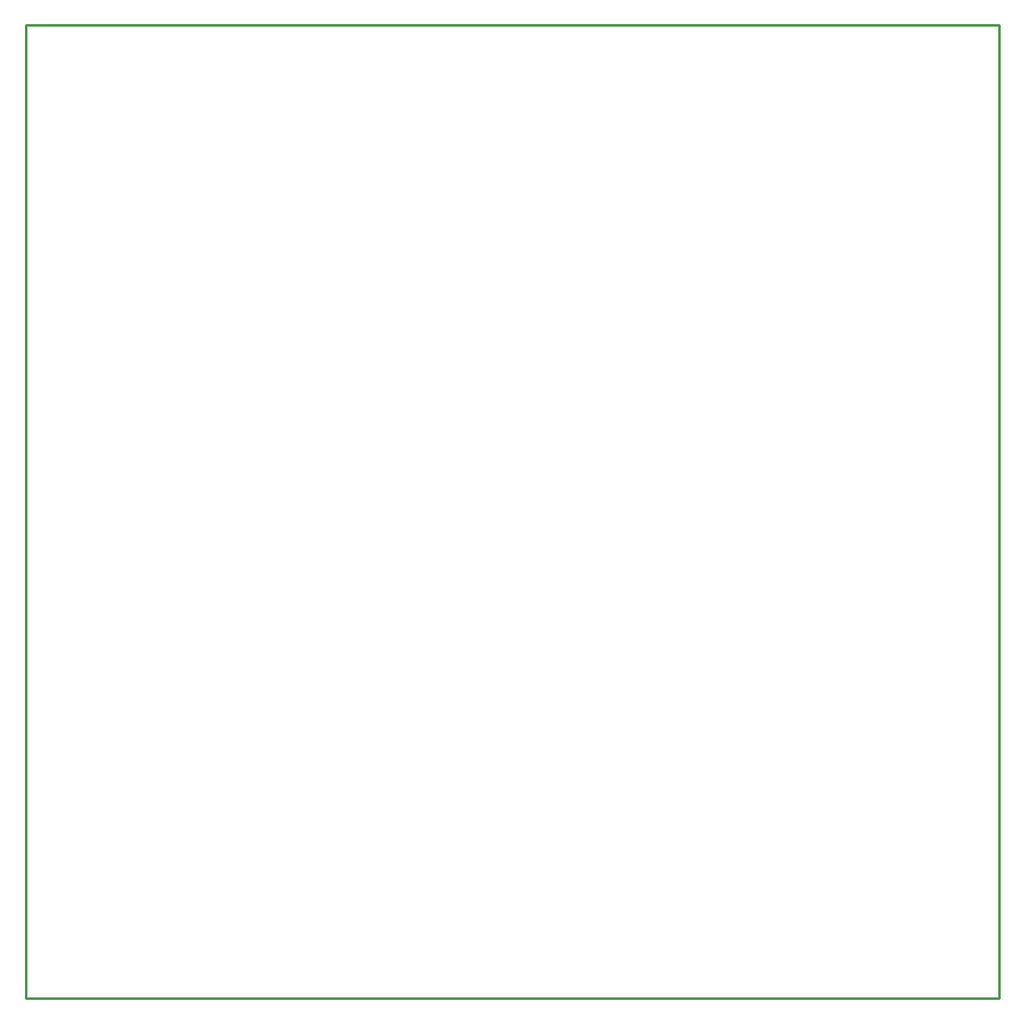
<source format=gbr>
G04 start of page 4 for group 2 idx 2 *
G04 Title: (unknown), outline *
G04 Creator: pcb 20140316 *
G04 CreationDate: Thu 11 Jun 2015 05:42:57 PM GMT UTC *
G04 For: ndholmes *
G04 Format: Gerber/RS-274X *
G04 PCB-Dimensions (mil): 3900.00 3900.00 *
G04 PCB-Coordinate-Origin: lower left *
%MOIN*%
%FSLAX25Y25*%
%LNOUTLINE*%
%ADD82C,0.0100*%
G54D82*X390000Y0D02*Y390000D01*
X0D01*
Y0D01*
X390000D01*
M02*

</source>
